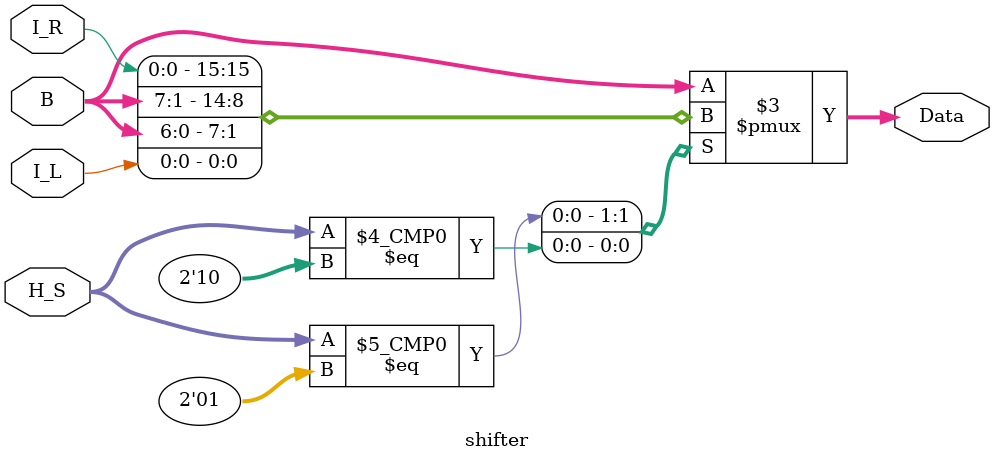
<source format=v>
module shifter (
    input [7:0] B,
    input [1:0] H_S,
    input I_L, I_R,
    output [7:0] Data
);
    //MUX for select shift left or right or NC
    always@(*) begin
        case(H_S)
            0: Data = B;
            1: Data = {I_R, B[7:1]};
            2: Data = {B[6:0], I_L};
            default: Data = B;
        endcase
    end
endmodule
</source>
